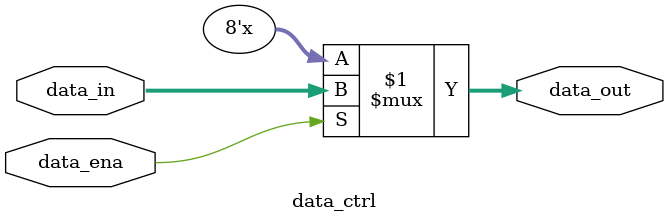
<source format=v>
`timescale 1ns/1ns

module data_ctrl (
    input   [7:0]   data_in     ,//ÊäÈëÎªalu_out£¬ÓÉËãÊýÔËËãÆ÷²úÉú
    input           data_ena    ,
    output  [7:0]   data_out    
);
    assign  data_out = (data_ena)?data_in:8'bzzzz_zzzz  ;
endmodule
</source>
